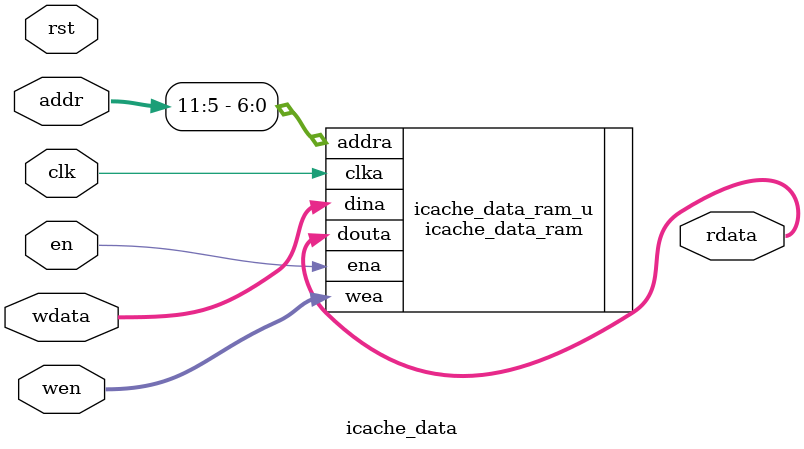
<source format=v>
`timescale 1ns / 1ps
module icache_data
(
    input          clk,
    input          rst,
    input          en,
    input   [3:0] wen,
    input   [31:0] wdata,
    input   [31:0] addr,
    output  [31:0] rdata
);

icache_data_ram icache_data_ram_u
(
    .clka  (clk            ),   
//    .rsta   (rst        ),
    .ena   (en        ),
    .wea   (wen       ),   //3:0 //TBD
    .addra (addr[11:5]),   //17:0
    .dina  (wdata     ),   //31:0
    .douta (rdata     )    //31:0
);


endmodule
</source>
